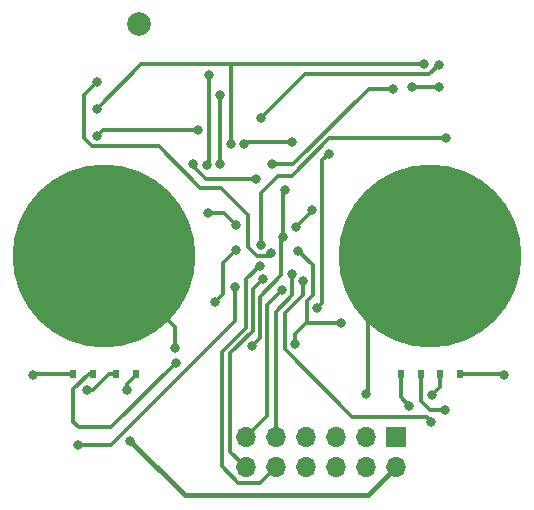
<source format=gbl>
G04 #@! TF.GenerationSoftware,KiCad,Pcbnew,no-vcs-found-799c8b6~57~ubuntu16.04.1*
G04 #@! TF.CreationDate,2017-02-28T12:06:11+02:00*
G04 #@! TF.ProjectId,livolo_2_ways_eu_switch,6C69766F6C6F5F325F776179735F6575,rev?*
G04 #@! TF.FileFunction,Copper,L2,Bot,Signal*
G04 #@! TF.FilePolarity,Positive*
%FSLAX46Y46*%
G04 Gerber Fmt 4.6, Leading zero omitted, Abs format (unit mm)*
G04 Created by KiCad (PCBNEW no-vcs-found-799c8b6~57~ubuntu16.04.1) date Tue Feb 28 12:06:11 2017*
%MOMM*%
%LPD*%
G01*
G04 APERTURE LIST*
%ADD10C,0.100000*%
%ADD11C,15.500000*%
%ADD12O,1.700000X1.700000*%
%ADD13R,1.700000X1.700000*%
%ADD14R,0.600000X0.800000*%
%ADD15C,1.998980*%
%ADD16C,0.800000*%
%ADD17C,0.300000*%
%ADD18C,0.450000*%
G04 APERTURE END LIST*
D10*
D11*
X156250000Y-92150000D03*
X128650000Y-92150000D03*
D12*
X140630000Y-110050000D03*
X140630000Y-107510000D03*
X143170000Y-110050000D03*
X143170000Y-107510000D03*
X145710000Y-110050000D03*
X145710000Y-107510000D03*
X148250000Y-110050000D03*
X148250000Y-107510000D03*
X150790000Y-110050000D03*
X150790000Y-107510000D03*
X153330000Y-110050000D03*
D13*
X153330000Y-107510000D03*
D14*
X129650000Y-102150000D03*
X131350000Y-102150000D03*
X126000000Y-102150000D03*
X127700000Y-102150000D03*
X158800000Y-102150000D03*
X157100000Y-102150000D03*
X155450000Y-102150000D03*
X153750000Y-102150000D03*
D15*
X131550000Y-72550000D03*
D16*
X156375000Y-103975000D03*
X134687489Y-101199990D03*
X146225009Y-88306238D03*
X144900000Y-89700000D03*
X137317018Y-84464922D03*
X145033547Y-91716453D03*
X137499998Y-76850000D03*
X148700000Y-97824982D03*
X144784305Y-99650000D03*
X139800000Y-89550002D03*
X137450000Y-88524998D03*
X130549966Y-103549989D03*
X154450000Y-104849998D03*
X138416234Y-84423097D03*
X154700002Y-77875000D03*
X156974998Y-77900000D03*
X138432929Y-78572282D03*
X143992417Y-86553252D03*
X143802464Y-90525717D03*
X141128134Y-99823962D03*
X138000000Y-96075012D03*
X139800000Y-91667529D03*
X142799990Y-91945222D03*
X128050002Y-77425000D03*
X130850000Y-107799984D03*
X150850000Y-103850000D03*
X134652342Y-100001234D03*
X136625002Y-81475000D03*
X140444049Y-82657764D03*
X144575010Y-82550000D03*
X128000012Y-82050010D03*
X139345788Y-82719813D03*
X155700000Y-75925000D03*
X128000014Y-79725000D03*
X156975000Y-75975002D03*
X141950000Y-80450000D03*
X127200000Y-103500000D03*
X122625000Y-102225000D03*
X162500000Y-102250000D03*
X157504617Y-105225361D03*
X147700000Y-83500000D03*
X146650032Y-96603597D03*
X139697783Y-94769178D03*
X126460463Y-108164798D03*
X145436975Y-94299999D03*
X156350937Y-106200012D03*
X143694080Y-95093230D03*
X144544090Y-93657518D03*
X142100010Y-94103486D03*
X141805637Y-92998142D03*
X157566229Y-82183121D03*
X141918510Y-91228448D03*
X136200000Y-84425000D03*
X141500002Y-85650000D03*
X142874990Y-84375000D03*
X153125000Y-78000000D03*
D17*
X157100000Y-102150000D02*
X157100000Y-103250000D01*
X157100000Y-103250000D02*
X156375000Y-103975000D01*
X126024999Y-106192827D02*
X126486018Y-106653846D01*
X126024999Y-103466999D02*
X126024999Y-106192827D01*
X127341998Y-102150000D02*
X126024999Y-103466999D01*
X129233633Y-106653846D02*
X134687489Y-101199990D01*
X127700000Y-102150000D02*
X127341998Y-102150000D01*
X126486018Y-106653846D02*
X129233633Y-106653846D01*
X144784305Y-99650000D02*
X144784305Y-98815695D01*
X144784305Y-98815695D02*
X145800000Y-97800000D01*
X145800000Y-97800000D02*
X145800022Y-97800000D01*
X146225009Y-88374991D02*
X146225009Y-88306238D01*
X144900000Y-89700000D02*
X146225009Y-88374991D01*
X148700000Y-97824982D02*
X145825004Y-97824982D01*
X145825004Y-97824982D02*
X145800022Y-97800000D01*
X145800022Y-97800000D02*
X145800022Y-95948306D01*
X146286986Y-92969892D02*
X145033547Y-91716453D01*
X146286986Y-95461342D02*
X146286986Y-92969892D01*
X145800022Y-95948306D02*
X146286986Y-95461342D01*
X137499998Y-84281942D02*
X137317018Y-84464922D01*
X137499998Y-76850000D02*
X137499998Y-84281942D01*
X137450000Y-88524998D02*
X138774996Y-88524998D01*
X138774996Y-88524998D02*
X139800000Y-89550002D01*
X130549966Y-103050034D02*
X130549966Y-103549989D01*
X131350000Y-102250000D02*
X130549966Y-103050034D01*
X131350000Y-102150000D02*
X131350000Y-102250000D01*
X153750000Y-104149998D02*
X154450000Y-104849998D01*
X153750000Y-102150000D02*
X153750000Y-104149998D01*
X141849980Y-95611518D02*
X143650000Y-93811498D01*
X141849980Y-99102116D02*
X141849980Y-95611518D01*
X143650000Y-93811498D02*
X143650000Y-90625000D01*
X143749283Y-90525717D02*
X143802464Y-90525717D01*
X141128134Y-99823962D02*
X141849980Y-99102116D01*
X143650000Y-90625000D02*
X143749283Y-90525717D01*
X138432929Y-84406402D02*
X138416234Y-84423097D01*
X138432929Y-78572282D02*
X138432929Y-84406402D01*
X156974998Y-77900000D02*
X154725002Y-77900000D01*
X154725002Y-77900000D02*
X154700002Y-77875000D01*
X143802464Y-86743205D02*
X143992417Y-86553252D01*
X143802464Y-90525717D02*
X143802464Y-86743205D01*
X139800000Y-91667529D02*
X138675000Y-92792529D01*
X138675000Y-92792529D02*
X138675000Y-95400012D01*
X138675000Y-95400012D02*
X138000000Y-96075012D01*
X142597071Y-92148141D02*
X142799990Y-91945222D01*
X140850000Y-88700000D02*
X140850000Y-91415685D01*
X138525001Y-86375001D02*
X140850000Y-88700000D01*
X140850000Y-91415685D02*
X141582456Y-92148141D01*
X136750001Y-86375001D02*
X138525001Y-86375001D01*
X133275012Y-82900012D02*
X136750001Y-86375001D01*
X126900000Y-78575002D02*
X126900000Y-82208002D01*
X128050002Y-77425000D02*
X126900000Y-78575002D01*
X127592010Y-82900012D02*
X133275012Y-82900012D01*
X141582456Y-92148141D02*
X142597071Y-92148141D01*
X126900000Y-82208002D02*
X127592010Y-82900012D01*
D18*
X153330000Y-110050000D02*
X150955000Y-112425000D01*
X150955000Y-112425000D02*
X135475016Y-112425000D01*
X135475016Y-112425000D02*
X130850000Y-107799984D01*
D17*
X156250000Y-92150000D02*
X150949999Y-97450001D01*
X150949999Y-97450001D02*
X150949999Y-103750001D01*
X150949999Y-103750001D02*
X150850000Y-103850000D01*
X128650000Y-92150000D02*
X134652342Y-98152342D01*
X134652342Y-98152342D02*
X134652342Y-100001234D01*
X128575022Y-81475000D02*
X136625002Y-81475000D01*
X128000012Y-82050010D02*
X128575022Y-81475000D01*
X144575010Y-82550000D02*
X140551813Y-82550000D01*
X140551813Y-82550000D02*
X140444049Y-82657764D01*
X139345788Y-75995788D02*
X139345788Y-82719813D01*
X139275000Y-75925000D02*
X139345788Y-75995788D01*
X155700000Y-75925000D02*
X139275000Y-75925000D01*
X139275000Y-75925000D02*
X131800014Y-75925000D01*
X131800014Y-75925000D02*
X128000014Y-79725000D01*
X141950000Y-80450000D02*
X145624998Y-76775002D01*
X145624998Y-76775002D02*
X156175000Y-76775002D01*
X156175000Y-76775002D02*
X156975000Y-75975002D01*
X129650000Y-102150000D02*
X129050000Y-102150000D01*
X129050000Y-102150000D02*
X127700000Y-103500000D01*
X127700000Y-103500000D02*
X127200000Y-103500000D01*
X122700000Y-102150000D02*
X122625000Y-102225000D01*
X126000000Y-102150000D02*
X122700000Y-102150000D01*
X162400000Y-102150000D02*
X162500000Y-102250000D01*
X158800000Y-102150000D02*
X162400000Y-102150000D01*
X155450000Y-102150000D02*
X155450000Y-104408002D01*
X155450000Y-104408002D02*
X156267359Y-105225361D01*
X156267359Y-105225361D02*
X157504617Y-105225361D01*
X146650032Y-96603597D02*
X147125000Y-96128629D01*
X147125000Y-96128629D02*
X147125000Y-84075000D01*
X147125000Y-84075000D02*
X147700000Y-83500000D01*
X139697783Y-97694203D02*
X139697783Y-94769178D01*
X129227188Y-108164798D02*
X139697783Y-97694203D01*
X126460463Y-108164798D02*
X129227188Y-108164798D01*
X156350937Y-106200012D02*
X155950925Y-105800000D01*
X145436975Y-95462810D02*
X145436975Y-94299999D01*
X155950925Y-105800000D02*
X149641996Y-105800000D01*
X149641996Y-105800000D02*
X143914711Y-100072715D01*
X143914711Y-100072715D02*
X143914711Y-96985074D01*
X143914711Y-96985074D02*
X145436975Y-95462810D01*
X140630000Y-107510000D02*
X142449991Y-105690009D01*
X142449991Y-96337319D02*
X143694080Y-95093230D01*
X142449991Y-105690009D02*
X142449991Y-96337319D01*
X144544090Y-95507152D02*
X144544090Y-93657518D01*
X143170000Y-107510000D02*
X143170000Y-96881242D01*
X143170000Y-96881242D02*
X144544090Y-95507152D01*
X140630000Y-110050000D02*
X139329999Y-108749999D01*
X141249969Y-94953527D02*
X142100010Y-94103486D01*
X139329999Y-100420001D02*
X141249969Y-98500031D01*
X139329999Y-108749999D02*
X139329999Y-100420001D01*
X141249969Y-98500031D02*
X141249969Y-94953527D01*
X140649958Y-94153821D02*
X141805637Y-92998142D01*
X140649958Y-98251500D02*
X140649958Y-94153821D01*
X138599991Y-100301467D02*
X140649958Y-98251500D01*
X140005999Y-111350001D02*
X138599991Y-109943993D01*
X138599991Y-109943993D02*
X138599991Y-100301467D01*
X143170000Y-110050000D02*
X141869999Y-111350001D01*
X141869999Y-111350001D02*
X140005999Y-111350001D01*
X147708875Y-82183121D02*
X157566229Y-82183121D01*
X144516995Y-85375001D02*
X147708875Y-82183121D01*
X141918510Y-86831490D02*
X143374999Y-85375001D01*
X143374999Y-85375001D02*
X144516995Y-85375001D01*
X141918510Y-91228448D02*
X141918510Y-86831490D01*
X136200000Y-84550000D02*
X136200000Y-84425000D01*
X141500002Y-85650000D02*
X137300000Y-85650000D01*
X137300000Y-85650000D02*
X136200000Y-84550000D01*
X144668453Y-84375000D02*
X142874990Y-84375000D01*
X153125000Y-78000000D02*
X151043453Y-78000000D01*
X151043453Y-78000000D02*
X144668453Y-84375000D01*
M02*

</source>
